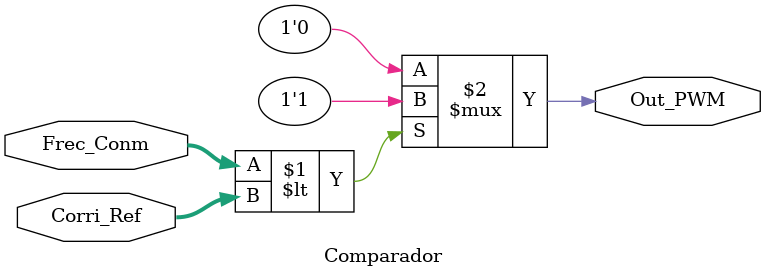
<source format=v>
`timescale 1ns / 1ps
module Comparador( //comparador para obtener la salida de señal de PWM
    input [9:0] Frec_Conm, //frecuencia de conmutación 
    input [9:0] Corri_Ref, //corriente referencia, modula el ciclo de trabajo
    output Out_PWM //salida de pulso con ancho modulado
    );
	 
	 assign Out_PWM= (Frec_Conm < Corri_Ref) ? 1'b1 : 1'b0; // asigna un 1 a la salida si la frecuencia de conmutación
	                                                        // es menor a la referencia, en caso contrario asigna 0,de forma
																		//que se logra modelar el ciclo de trabajo estableciendo la referencia
	 


endmodule // finaliza el módulo

</source>
